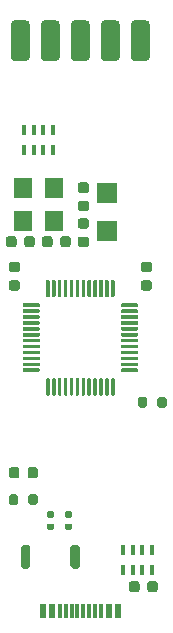
<source format=gtp>
%TF.GenerationSoftware,KiCad,Pcbnew,(5.1.12)-1*%
%TF.CreationDate,2021-12-13T23:08:49+08:00*%
%TF.ProjectId,PCB_EK-Link_Lite_Dev,5043425f-454b-42d4-9c69-6e6b5f4c6974,rev?*%
%TF.SameCoordinates,Original*%
%TF.FileFunction,Paste,Top*%
%TF.FilePolarity,Positive*%
%FSLAX46Y46*%
G04 Gerber Fmt 4.6, Leading zero omitted, Abs format (unit mm)*
G04 Created by KiCad (PCBNEW (5.1.12)-1) date 2021-12-13 23:08:49*
%MOMM*%
%LPD*%
G01*
G04 APERTURE LIST*
%ADD10R,1.800000X1.750000*%
%ADD11R,1.540000X1.800000*%
%ADD12R,0.400000X0.900000*%
%ADD13R,0.600000X1.160000*%
%ADD14R,0.300000X1.160000*%
G04 APERTURE END LIST*
D10*
%TO.C,Y2*%
X78486000Y-63653000D03*
X78486000Y-66903000D03*
%TD*%
D11*
%TO.C,Y1*%
X71304000Y-63240000D03*
X73984000Y-63240000D03*
X73984000Y-66040000D03*
X71304000Y-66040000D03*
%TD*%
%TO.C,U2*%
G36*
G01*
X79700000Y-73046000D02*
X81025000Y-73046000D01*
G75*
G02*
X81100000Y-73121000I0J-75000D01*
G01*
X81100000Y-73271000D01*
G75*
G02*
X81025000Y-73346000I-75000J0D01*
G01*
X79700000Y-73346000D01*
G75*
G02*
X79625000Y-73271000I0J75000D01*
G01*
X79625000Y-73121000D01*
G75*
G02*
X79700000Y-73046000I75000J0D01*
G01*
G37*
G36*
G01*
X79700000Y-73546000D02*
X81025000Y-73546000D01*
G75*
G02*
X81100000Y-73621000I0J-75000D01*
G01*
X81100000Y-73771000D01*
G75*
G02*
X81025000Y-73846000I-75000J0D01*
G01*
X79700000Y-73846000D01*
G75*
G02*
X79625000Y-73771000I0J75000D01*
G01*
X79625000Y-73621000D01*
G75*
G02*
X79700000Y-73546000I75000J0D01*
G01*
G37*
G36*
G01*
X79700000Y-74046000D02*
X81025000Y-74046000D01*
G75*
G02*
X81100000Y-74121000I0J-75000D01*
G01*
X81100000Y-74271000D01*
G75*
G02*
X81025000Y-74346000I-75000J0D01*
G01*
X79700000Y-74346000D01*
G75*
G02*
X79625000Y-74271000I0J75000D01*
G01*
X79625000Y-74121000D01*
G75*
G02*
X79700000Y-74046000I75000J0D01*
G01*
G37*
G36*
G01*
X79700000Y-74546000D02*
X81025000Y-74546000D01*
G75*
G02*
X81100000Y-74621000I0J-75000D01*
G01*
X81100000Y-74771000D01*
G75*
G02*
X81025000Y-74846000I-75000J0D01*
G01*
X79700000Y-74846000D01*
G75*
G02*
X79625000Y-74771000I0J75000D01*
G01*
X79625000Y-74621000D01*
G75*
G02*
X79700000Y-74546000I75000J0D01*
G01*
G37*
G36*
G01*
X79700000Y-75046000D02*
X81025000Y-75046000D01*
G75*
G02*
X81100000Y-75121000I0J-75000D01*
G01*
X81100000Y-75271000D01*
G75*
G02*
X81025000Y-75346000I-75000J0D01*
G01*
X79700000Y-75346000D01*
G75*
G02*
X79625000Y-75271000I0J75000D01*
G01*
X79625000Y-75121000D01*
G75*
G02*
X79700000Y-75046000I75000J0D01*
G01*
G37*
G36*
G01*
X79700000Y-75546000D02*
X81025000Y-75546000D01*
G75*
G02*
X81100000Y-75621000I0J-75000D01*
G01*
X81100000Y-75771000D01*
G75*
G02*
X81025000Y-75846000I-75000J0D01*
G01*
X79700000Y-75846000D01*
G75*
G02*
X79625000Y-75771000I0J75000D01*
G01*
X79625000Y-75621000D01*
G75*
G02*
X79700000Y-75546000I75000J0D01*
G01*
G37*
G36*
G01*
X79700000Y-76046000D02*
X81025000Y-76046000D01*
G75*
G02*
X81100000Y-76121000I0J-75000D01*
G01*
X81100000Y-76271000D01*
G75*
G02*
X81025000Y-76346000I-75000J0D01*
G01*
X79700000Y-76346000D01*
G75*
G02*
X79625000Y-76271000I0J75000D01*
G01*
X79625000Y-76121000D01*
G75*
G02*
X79700000Y-76046000I75000J0D01*
G01*
G37*
G36*
G01*
X79700000Y-76546000D02*
X81025000Y-76546000D01*
G75*
G02*
X81100000Y-76621000I0J-75000D01*
G01*
X81100000Y-76771000D01*
G75*
G02*
X81025000Y-76846000I-75000J0D01*
G01*
X79700000Y-76846000D01*
G75*
G02*
X79625000Y-76771000I0J75000D01*
G01*
X79625000Y-76621000D01*
G75*
G02*
X79700000Y-76546000I75000J0D01*
G01*
G37*
G36*
G01*
X79700000Y-77046000D02*
X81025000Y-77046000D01*
G75*
G02*
X81100000Y-77121000I0J-75000D01*
G01*
X81100000Y-77271000D01*
G75*
G02*
X81025000Y-77346000I-75000J0D01*
G01*
X79700000Y-77346000D01*
G75*
G02*
X79625000Y-77271000I0J75000D01*
G01*
X79625000Y-77121000D01*
G75*
G02*
X79700000Y-77046000I75000J0D01*
G01*
G37*
G36*
G01*
X79700000Y-77546000D02*
X81025000Y-77546000D01*
G75*
G02*
X81100000Y-77621000I0J-75000D01*
G01*
X81100000Y-77771000D01*
G75*
G02*
X81025000Y-77846000I-75000J0D01*
G01*
X79700000Y-77846000D01*
G75*
G02*
X79625000Y-77771000I0J75000D01*
G01*
X79625000Y-77621000D01*
G75*
G02*
X79700000Y-77546000I75000J0D01*
G01*
G37*
G36*
G01*
X79700000Y-78046000D02*
X81025000Y-78046000D01*
G75*
G02*
X81100000Y-78121000I0J-75000D01*
G01*
X81100000Y-78271000D01*
G75*
G02*
X81025000Y-78346000I-75000J0D01*
G01*
X79700000Y-78346000D01*
G75*
G02*
X79625000Y-78271000I0J75000D01*
G01*
X79625000Y-78121000D01*
G75*
G02*
X79700000Y-78046000I75000J0D01*
G01*
G37*
G36*
G01*
X79700000Y-78546000D02*
X81025000Y-78546000D01*
G75*
G02*
X81100000Y-78621000I0J-75000D01*
G01*
X81100000Y-78771000D01*
G75*
G02*
X81025000Y-78846000I-75000J0D01*
G01*
X79700000Y-78846000D01*
G75*
G02*
X79625000Y-78771000I0J75000D01*
G01*
X79625000Y-78621000D01*
G75*
G02*
X79700000Y-78546000I75000J0D01*
G01*
G37*
G36*
G01*
X78875000Y-79371000D02*
X79025000Y-79371000D01*
G75*
G02*
X79100000Y-79446000I0J-75000D01*
G01*
X79100000Y-80771000D01*
G75*
G02*
X79025000Y-80846000I-75000J0D01*
G01*
X78875000Y-80846000D01*
G75*
G02*
X78800000Y-80771000I0J75000D01*
G01*
X78800000Y-79446000D01*
G75*
G02*
X78875000Y-79371000I75000J0D01*
G01*
G37*
G36*
G01*
X78375000Y-79371000D02*
X78525000Y-79371000D01*
G75*
G02*
X78600000Y-79446000I0J-75000D01*
G01*
X78600000Y-80771000D01*
G75*
G02*
X78525000Y-80846000I-75000J0D01*
G01*
X78375000Y-80846000D01*
G75*
G02*
X78300000Y-80771000I0J75000D01*
G01*
X78300000Y-79446000D01*
G75*
G02*
X78375000Y-79371000I75000J0D01*
G01*
G37*
G36*
G01*
X77875000Y-79371000D02*
X78025000Y-79371000D01*
G75*
G02*
X78100000Y-79446000I0J-75000D01*
G01*
X78100000Y-80771000D01*
G75*
G02*
X78025000Y-80846000I-75000J0D01*
G01*
X77875000Y-80846000D01*
G75*
G02*
X77800000Y-80771000I0J75000D01*
G01*
X77800000Y-79446000D01*
G75*
G02*
X77875000Y-79371000I75000J0D01*
G01*
G37*
G36*
G01*
X77375000Y-79371000D02*
X77525000Y-79371000D01*
G75*
G02*
X77600000Y-79446000I0J-75000D01*
G01*
X77600000Y-80771000D01*
G75*
G02*
X77525000Y-80846000I-75000J0D01*
G01*
X77375000Y-80846000D01*
G75*
G02*
X77300000Y-80771000I0J75000D01*
G01*
X77300000Y-79446000D01*
G75*
G02*
X77375000Y-79371000I75000J0D01*
G01*
G37*
G36*
G01*
X76875000Y-79371000D02*
X77025000Y-79371000D01*
G75*
G02*
X77100000Y-79446000I0J-75000D01*
G01*
X77100000Y-80771000D01*
G75*
G02*
X77025000Y-80846000I-75000J0D01*
G01*
X76875000Y-80846000D01*
G75*
G02*
X76800000Y-80771000I0J75000D01*
G01*
X76800000Y-79446000D01*
G75*
G02*
X76875000Y-79371000I75000J0D01*
G01*
G37*
G36*
G01*
X76375000Y-79371000D02*
X76525000Y-79371000D01*
G75*
G02*
X76600000Y-79446000I0J-75000D01*
G01*
X76600000Y-80771000D01*
G75*
G02*
X76525000Y-80846000I-75000J0D01*
G01*
X76375000Y-80846000D01*
G75*
G02*
X76300000Y-80771000I0J75000D01*
G01*
X76300000Y-79446000D01*
G75*
G02*
X76375000Y-79371000I75000J0D01*
G01*
G37*
G36*
G01*
X75875000Y-79371000D02*
X76025000Y-79371000D01*
G75*
G02*
X76100000Y-79446000I0J-75000D01*
G01*
X76100000Y-80771000D01*
G75*
G02*
X76025000Y-80846000I-75000J0D01*
G01*
X75875000Y-80846000D01*
G75*
G02*
X75800000Y-80771000I0J75000D01*
G01*
X75800000Y-79446000D01*
G75*
G02*
X75875000Y-79371000I75000J0D01*
G01*
G37*
G36*
G01*
X75375000Y-79371000D02*
X75525000Y-79371000D01*
G75*
G02*
X75600000Y-79446000I0J-75000D01*
G01*
X75600000Y-80771000D01*
G75*
G02*
X75525000Y-80846000I-75000J0D01*
G01*
X75375000Y-80846000D01*
G75*
G02*
X75300000Y-80771000I0J75000D01*
G01*
X75300000Y-79446000D01*
G75*
G02*
X75375000Y-79371000I75000J0D01*
G01*
G37*
G36*
G01*
X74875000Y-79371000D02*
X75025000Y-79371000D01*
G75*
G02*
X75100000Y-79446000I0J-75000D01*
G01*
X75100000Y-80771000D01*
G75*
G02*
X75025000Y-80846000I-75000J0D01*
G01*
X74875000Y-80846000D01*
G75*
G02*
X74800000Y-80771000I0J75000D01*
G01*
X74800000Y-79446000D01*
G75*
G02*
X74875000Y-79371000I75000J0D01*
G01*
G37*
G36*
G01*
X74375000Y-79371000D02*
X74525000Y-79371000D01*
G75*
G02*
X74600000Y-79446000I0J-75000D01*
G01*
X74600000Y-80771000D01*
G75*
G02*
X74525000Y-80846000I-75000J0D01*
G01*
X74375000Y-80846000D01*
G75*
G02*
X74300000Y-80771000I0J75000D01*
G01*
X74300000Y-79446000D01*
G75*
G02*
X74375000Y-79371000I75000J0D01*
G01*
G37*
G36*
G01*
X73875000Y-79371000D02*
X74025000Y-79371000D01*
G75*
G02*
X74100000Y-79446000I0J-75000D01*
G01*
X74100000Y-80771000D01*
G75*
G02*
X74025000Y-80846000I-75000J0D01*
G01*
X73875000Y-80846000D01*
G75*
G02*
X73800000Y-80771000I0J75000D01*
G01*
X73800000Y-79446000D01*
G75*
G02*
X73875000Y-79371000I75000J0D01*
G01*
G37*
G36*
G01*
X73375000Y-79371000D02*
X73525000Y-79371000D01*
G75*
G02*
X73600000Y-79446000I0J-75000D01*
G01*
X73600000Y-80771000D01*
G75*
G02*
X73525000Y-80846000I-75000J0D01*
G01*
X73375000Y-80846000D01*
G75*
G02*
X73300000Y-80771000I0J75000D01*
G01*
X73300000Y-79446000D01*
G75*
G02*
X73375000Y-79371000I75000J0D01*
G01*
G37*
G36*
G01*
X71375000Y-78546000D02*
X72700000Y-78546000D01*
G75*
G02*
X72775000Y-78621000I0J-75000D01*
G01*
X72775000Y-78771000D01*
G75*
G02*
X72700000Y-78846000I-75000J0D01*
G01*
X71375000Y-78846000D01*
G75*
G02*
X71300000Y-78771000I0J75000D01*
G01*
X71300000Y-78621000D01*
G75*
G02*
X71375000Y-78546000I75000J0D01*
G01*
G37*
G36*
G01*
X71375000Y-78046000D02*
X72700000Y-78046000D01*
G75*
G02*
X72775000Y-78121000I0J-75000D01*
G01*
X72775000Y-78271000D01*
G75*
G02*
X72700000Y-78346000I-75000J0D01*
G01*
X71375000Y-78346000D01*
G75*
G02*
X71300000Y-78271000I0J75000D01*
G01*
X71300000Y-78121000D01*
G75*
G02*
X71375000Y-78046000I75000J0D01*
G01*
G37*
G36*
G01*
X71375000Y-77546000D02*
X72700000Y-77546000D01*
G75*
G02*
X72775000Y-77621000I0J-75000D01*
G01*
X72775000Y-77771000D01*
G75*
G02*
X72700000Y-77846000I-75000J0D01*
G01*
X71375000Y-77846000D01*
G75*
G02*
X71300000Y-77771000I0J75000D01*
G01*
X71300000Y-77621000D01*
G75*
G02*
X71375000Y-77546000I75000J0D01*
G01*
G37*
G36*
G01*
X71375000Y-77046000D02*
X72700000Y-77046000D01*
G75*
G02*
X72775000Y-77121000I0J-75000D01*
G01*
X72775000Y-77271000D01*
G75*
G02*
X72700000Y-77346000I-75000J0D01*
G01*
X71375000Y-77346000D01*
G75*
G02*
X71300000Y-77271000I0J75000D01*
G01*
X71300000Y-77121000D01*
G75*
G02*
X71375000Y-77046000I75000J0D01*
G01*
G37*
G36*
G01*
X71375000Y-76546000D02*
X72700000Y-76546000D01*
G75*
G02*
X72775000Y-76621000I0J-75000D01*
G01*
X72775000Y-76771000D01*
G75*
G02*
X72700000Y-76846000I-75000J0D01*
G01*
X71375000Y-76846000D01*
G75*
G02*
X71300000Y-76771000I0J75000D01*
G01*
X71300000Y-76621000D01*
G75*
G02*
X71375000Y-76546000I75000J0D01*
G01*
G37*
G36*
G01*
X71375000Y-76046000D02*
X72700000Y-76046000D01*
G75*
G02*
X72775000Y-76121000I0J-75000D01*
G01*
X72775000Y-76271000D01*
G75*
G02*
X72700000Y-76346000I-75000J0D01*
G01*
X71375000Y-76346000D01*
G75*
G02*
X71300000Y-76271000I0J75000D01*
G01*
X71300000Y-76121000D01*
G75*
G02*
X71375000Y-76046000I75000J0D01*
G01*
G37*
G36*
G01*
X71375000Y-75546000D02*
X72700000Y-75546000D01*
G75*
G02*
X72775000Y-75621000I0J-75000D01*
G01*
X72775000Y-75771000D01*
G75*
G02*
X72700000Y-75846000I-75000J0D01*
G01*
X71375000Y-75846000D01*
G75*
G02*
X71300000Y-75771000I0J75000D01*
G01*
X71300000Y-75621000D01*
G75*
G02*
X71375000Y-75546000I75000J0D01*
G01*
G37*
G36*
G01*
X71375000Y-75046000D02*
X72700000Y-75046000D01*
G75*
G02*
X72775000Y-75121000I0J-75000D01*
G01*
X72775000Y-75271000D01*
G75*
G02*
X72700000Y-75346000I-75000J0D01*
G01*
X71375000Y-75346000D01*
G75*
G02*
X71300000Y-75271000I0J75000D01*
G01*
X71300000Y-75121000D01*
G75*
G02*
X71375000Y-75046000I75000J0D01*
G01*
G37*
G36*
G01*
X71375000Y-74546000D02*
X72700000Y-74546000D01*
G75*
G02*
X72775000Y-74621000I0J-75000D01*
G01*
X72775000Y-74771000D01*
G75*
G02*
X72700000Y-74846000I-75000J0D01*
G01*
X71375000Y-74846000D01*
G75*
G02*
X71300000Y-74771000I0J75000D01*
G01*
X71300000Y-74621000D01*
G75*
G02*
X71375000Y-74546000I75000J0D01*
G01*
G37*
G36*
G01*
X71375000Y-74046000D02*
X72700000Y-74046000D01*
G75*
G02*
X72775000Y-74121000I0J-75000D01*
G01*
X72775000Y-74271000D01*
G75*
G02*
X72700000Y-74346000I-75000J0D01*
G01*
X71375000Y-74346000D01*
G75*
G02*
X71300000Y-74271000I0J75000D01*
G01*
X71300000Y-74121000D01*
G75*
G02*
X71375000Y-74046000I75000J0D01*
G01*
G37*
G36*
G01*
X71375000Y-73546000D02*
X72700000Y-73546000D01*
G75*
G02*
X72775000Y-73621000I0J-75000D01*
G01*
X72775000Y-73771000D01*
G75*
G02*
X72700000Y-73846000I-75000J0D01*
G01*
X71375000Y-73846000D01*
G75*
G02*
X71300000Y-73771000I0J75000D01*
G01*
X71300000Y-73621000D01*
G75*
G02*
X71375000Y-73546000I75000J0D01*
G01*
G37*
G36*
G01*
X71375000Y-73046000D02*
X72700000Y-73046000D01*
G75*
G02*
X72775000Y-73121000I0J-75000D01*
G01*
X72775000Y-73271000D01*
G75*
G02*
X72700000Y-73346000I-75000J0D01*
G01*
X71375000Y-73346000D01*
G75*
G02*
X71300000Y-73271000I0J75000D01*
G01*
X71300000Y-73121000D01*
G75*
G02*
X71375000Y-73046000I75000J0D01*
G01*
G37*
G36*
G01*
X73375000Y-71046000D02*
X73525000Y-71046000D01*
G75*
G02*
X73600000Y-71121000I0J-75000D01*
G01*
X73600000Y-72446000D01*
G75*
G02*
X73525000Y-72521000I-75000J0D01*
G01*
X73375000Y-72521000D01*
G75*
G02*
X73300000Y-72446000I0J75000D01*
G01*
X73300000Y-71121000D01*
G75*
G02*
X73375000Y-71046000I75000J0D01*
G01*
G37*
G36*
G01*
X73875000Y-71046000D02*
X74025000Y-71046000D01*
G75*
G02*
X74100000Y-71121000I0J-75000D01*
G01*
X74100000Y-72446000D01*
G75*
G02*
X74025000Y-72521000I-75000J0D01*
G01*
X73875000Y-72521000D01*
G75*
G02*
X73800000Y-72446000I0J75000D01*
G01*
X73800000Y-71121000D01*
G75*
G02*
X73875000Y-71046000I75000J0D01*
G01*
G37*
G36*
G01*
X74375000Y-71046000D02*
X74525000Y-71046000D01*
G75*
G02*
X74600000Y-71121000I0J-75000D01*
G01*
X74600000Y-72446000D01*
G75*
G02*
X74525000Y-72521000I-75000J0D01*
G01*
X74375000Y-72521000D01*
G75*
G02*
X74300000Y-72446000I0J75000D01*
G01*
X74300000Y-71121000D01*
G75*
G02*
X74375000Y-71046000I75000J0D01*
G01*
G37*
G36*
G01*
X74875000Y-71046000D02*
X75025000Y-71046000D01*
G75*
G02*
X75100000Y-71121000I0J-75000D01*
G01*
X75100000Y-72446000D01*
G75*
G02*
X75025000Y-72521000I-75000J0D01*
G01*
X74875000Y-72521000D01*
G75*
G02*
X74800000Y-72446000I0J75000D01*
G01*
X74800000Y-71121000D01*
G75*
G02*
X74875000Y-71046000I75000J0D01*
G01*
G37*
G36*
G01*
X75375000Y-71046000D02*
X75525000Y-71046000D01*
G75*
G02*
X75600000Y-71121000I0J-75000D01*
G01*
X75600000Y-72446000D01*
G75*
G02*
X75525000Y-72521000I-75000J0D01*
G01*
X75375000Y-72521000D01*
G75*
G02*
X75300000Y-72446000I0J75000D01*
G01*
X75300000Y-71121000D01*
G75*
G02*
X75375000Y-71046000I75000J0D01*
G01*
G37*
G36*
G01*
X75875000Y-71046000D02*
X76025000Y-71046000D01*
G75*
G02*
X76100000Y-71121000I0J-75000D01*
G01*
X76100000Y-72446000D01*
G75*
G02*
X76025000Y-72521000I-75000J0D01*
G01*
X75875000Y-72521000D01*
G75*
G02*
X75800000Y-72446000I0J75000D01*
G01*
X75800000Y-71121000D01*
G75*
G02*
X75875000Y-71046000I75000J0D01*
G01*
G37*
G36*
G01*
X76375000Y-71046000D02*
X76525000Y-71046000D01*
G75*
G02*
X76600000Y-71121000I0J-75000D01*
G01*
X76600000Y-72446000D01*
G75*
G02*
X76525000Y-72521000I-75000J0D01*
G01*
X76375000Y-72521000D01*
G75*
G02*
X76300000Y-72446000I0J75000D01*
G01*
X76300000Y-71121000D01*
G75*
G02*
X76375000Y-71046000I75000J0D01*
G01*
G37*
G36*
G01*
X76875000Y-71046000D02*
X77025000Y-71046000D01*
G75*
G02*
X77100000Y-71121000I0J-75000D01*
G01*
X77100000Y-72446000D01*
G75*
G02*
X77025000Y-72521000I-75000J0D01*
G01*
X76875000Y-72521000D01*
G75*
G02*
X76800000Y-72446000I0J75000D01*
G01*
X76800000Y-71121000D01*
G75*
G02*
X76875000Y-71046000I75000J0D01*
G01*
G37*
G36*
G01*
X77375000Y-71046000D02*
X77525000Y-71046000D01*
G75*
G02*
X77600000Y-71121000I0J-75000D01*
G01*
X77600000Y-72446000D01*
G75*
G02*
X77525000Y-72521000I-75000J0D01*
G01*
X77375000Y-72521000D01*
G75*
G02*
X77300000Y-72446000I0J75000D01*
G01*
X77300000Y-71121000D01*
G75*
G02*
X77375000Y-71046000I75000J0D01*
G01*
G37*
G36*
G01*
X77875000Y-71046000D02*
X78025000Y-71046000D01*
G75*
G02*
X78100000Y-71121000I0J-75000D01*
G01*
X78100000Y-72446000D01*
G75*
G02*
X78025000Y-72521000I-75000J0D01*
G01*
X77875000Y-72521000D01*
G75*
G02*
X77800000Y-72446000I0J75000D01*
G01*
X77800000Y-71121000D01*
G75*
G02*
X77875000Y-71046000I75000J0D01*
G01*
G37*
G36*
G01*
X78375000Y-71046000D02*
X78525000Y-71046000D01*
G75*
G02*
X78600000Y-71121000I0J-75000D01*
G01*
X78600000Y-72446000D01*
G75*
G02*
X78525000Y-72521000I-75000J0D01*
G01*
X78375000Y-72521000D01*
G75*
G02*
X78300000Y-72446000I0J75000D01*
G01*
X78300000Y-71121000D01*
G75*
G02*
X78375000Y-71046000I75000J0D01*
G01*
G37*
G36*
G01*
X78875000Y-71046000D02*
X79025000Y-71046000D01*
G75*
G02*
X79100000Y-71121000I0J-75000D01*
G01*
X79100000Y-72446000D01*
G75*
G02*
X79025000Y-72521000I-75000J0D01*
G01*
X78875000Y-72521000D01*
G75*
G02*
X78800000Y-72446000I0J75000D01*
G01*
X78800000Y-71121000D01*
G75*
G02*
X78875000Y-71046000I75000J0D01*
G01*
G37*
%TD*%
%TO.C,SW1*%
G36*
G01*
X76160000Y-93688000D02*
X76160000Y-95288000D01*
G75*
G02*
X75960000Y-95488000I-200000J0D01*
G01*
X75560000Y-95488000D01*
G75*
G02*
X75360000Y-95288000I0J200000D01*
G01*
X75360000Y-93688000D01*
G75*
G02*
X75560000Y-93488000I200000J0D01*
G01*
X75960000Y-93488000D01*
G75*
G02*
X76160000Y-93688000I0J-200000D01*
G01*
G37*
G36*
G01*
X71960000Y-93688000D02*
X71960000Y-95288000D01*
G75*
G02*
X71760000Y-95488000I-200000J0D01*
G01*
X71360000Y-95488000D01*
G75*
G02*
X71160000Y-95288000I0J200000D01*
G01*
X71160000Y-93688000D01*
G75*
G02*
X71360000Y-93488000I200000J0D01*
G01*
X71760000Y-93488000D01*
G75*
G02*
X71960000Y-93688000I0J-200000D01*
G01*
G37*
%TD*%
D12*
%TO.C,RN3*%
X82226000Y-93892000D03*
X81426000Y-93892000D03*
X80626000Y-93892000D03*
X79826000Y-93892000D03*
X82226000Y-95592000D03*
X79826000Y-95592000D03*
X81426000Y-95592000D03*
X80626000Y-95592000D03*
%TD*%
%TO.C,RN1*%
X73844000Y-58332000D03*
X73044000Y-58332000D03*
X72244000Y-58332000D03*
X71444000Y-58332000D03*
X73844000Y-60032000D03*
X71444000Y-60032000D03*
X73044000Y-60032000D03*
X72244000Y-60032000D03*
%TD*%
%TO.C,R6*%
G36*
G01*
X71799000Y-89937000D02*
X71799000Y-89387000D01*
G75*
G02*
X71999000Y-89187000I200000J0D01*
G01*
X72399000Y-89187000D01*
G75*
G02*
X72599000Y-89387000I0J-200000D01*
G01*
X72599000Y-89937000D01*
G75*
G02*
X72399000Y-90137000I-200000J0D01*
G01*
X71999000Y-90137000D01*
G75*
G02*
X71799000Y-89937000I0J200000D01*
G01*
G37*
G36*
G01*
X70149000Y-89937000D02*
X70149000Y-89387000D01*
G75*
G02*
X70349000Y-89187000I200000J0D01*
G01*
X70749000Y-89187000D01*
G75*
G02*
X70949000Y-89387000I0J-200000D01*
G01*
X70949000Y-89937000D01*
G75*
G02*
X70749000Y-90137000I-200000J0D01*
G01*
X70349000Y-90137000D01*
G75*
G02*
X70149000Y-89937000I0J200000D01*
G01*
G37*
%TD*%
%TO.C,R5*%
G36*
G01*
X82721000Y-81682000D02*
X82721000Y-81132000D01*
G75*
G02*
X82921000Y-80932000I200000J0D01*
G01*
X83321000Y-80932000D01*
G75*
G02*
X83521000Y-81132000I0J-200000D01*
G01*
X83521000Y-81682000D01*
G75*
G02*
X83321000Y-81882000I-200000J0D01*
G01*
X82921000Y-81882000D01*
G75*
G02*
X82721000Y-81682000I0J200000D01*
G01*
G37*
G36*
G01*
X81071000Y-81682000D02*
X81071000Y-81132000D01*
G75*
G02*
X81271000Y-80932000I200000J0D01*
G01*
X81671000Y-80932000D01*
G75*
G02*
X81871000Y-81132000I0J-200000D01*
G01*
X81871000Y-81682000D01*
G75*
G02*
X81671000Y-81882000I-200000J0D01*
G01*
X81271000Y-81882000D01*
G75*
G02*
X81071000Y-81682000I0J200000D01*
G01*
G37*
%TD*%
%TO.C,R4*%
G36*
G01*
X74999000Y-91680000D02*
X75369000Y-91680000D01*
G75*
G02*
X75504000Y-91815000I0J-135000D01*
G01*
X75504000Y-92085000D01*
G75*
G02*
X75369000Y-92220000I-135000J0D01*
G01*
X74999000Y-92220000D01*
G75*
G02*
X74864000Y-92085000I0J135000D01*
G01*
X74864000Y-91815000D01*
G75*
G02*
X74999000Y-91680000I135000J0D01*
G01*
G37*
G36*
G01*
X74999000Y-90660000D02*
X75369000Y-90660000D01*
G75*
G02*
X75504000Y-90795000I0J-135000D01*
G01*
X75504000Y-91065000D01*
G75*
G02*
X75369000Y-91200000I-135000J0D01*
G01*
X74999000Y-91200000D01*
G75*
G02*
X74864000Y-91065000I0J135000D01*
G01*
X74864000Y-90795000D01*
G75*
G02*
X74999000Y-90660000I135000J0D01*
G01*
G37*
%TD*%
%TO.C,R3*%
G36*
G01*
X73475000Y-91680000D02*
X73845000Y-91680000D01*
G75*
G02*
X73980000Y-91815000I0J-135000D01*
G01*
X73980000Y-92085000D01*
G75*
G02*
X73845000Y-92220000I-135000J0D01*
G01*
X73475000Y-92220000D01*
G75*
G02*
X73340000Y-92085000I0J135000D01*
G01*
X73340000Y-91815000D01*
G75*
G02*
X73475000Y-91680000I135000J0D01*
G01*
G37*
G36*
G01*
X73475000Y-90660000D02*
X73845000Y-90660000D01*
G75*
G02*
X73980000Y-90795000I0J-135000D01*
G01*
X73980000Y-91065000D01*
G75*
G02*
X73845000Y-91200000I-135000J0D01*
G01*
X73475000Y-91200000D01*
G75*
G02*
X73340000Y-91065000I0J135000D01*
G01*
X73340000Y-90795000D01*
G75*
G02*
X73475000Y-90660000I135000J0D01*
G01*
G37*
%TD*%
%TO.C,J3*%
G36*
G01*
X72840000Y-52140000D02*
X72840000Y-49460000D01*
G75*
G02*
X73250000Y-49050000I410000J0D01*
G01*
X74070000Y-49050000D01*
G75*
G02*
X74480000Y-49460000I0J-410000D01*
G01*
X74480000Y-52140000D01*
G75*
G02*
X74070000Y-52550000I-410000J0D01*
G01*
X73250000Y-52550000D01*
G75*
G02*
X72840000Y-52140000I0J410000D01*
G01*
G37*
G36*
G01*
X75380000Y-52140000D02*
X75380000Y-49460000D01*
G75*
G02*
X75790000Y-49050000I410000J0D01*
G01*
X76610000Y-49050000D01*
G75*
G02*
X77020000Y-49460000I0J-410000D01*
G01*
X77020000Y-52140000D01*
G75*
G02*
X76610000Y-52550000I-410000J0D01*
G01*
X75790000Y-52550000D01*
G75*
G02*
X75380000Y-52140000I0J410000D01*
G01*
G37*
G36*
G01*
X77920000Y-52140000D02*
X77920000Y-49460000D01*
G75*
G02*
X78330000Y-49050000I410000J0D01*
G01*
X79150000Y-49050000D01*
G75*
G02*
X79560000Y-49460000I0J-410000D01*
G01*
X79560000Y-52140000D01*
G75*
G02*
X79150000Y-52550000I-410000J0D01*
G01*
X78330000Y-52550000D01*
G75*
G02*
X77920000Y-52140000I0J410000D01*
G01*
G37*
G36*
G01*
X80460000Y-52140000D02*
X80460000Y-49460000D01*
G75*
G02*
X80870000Y-49050000I410000J0D01*
G01*
X81690000Y-49050000D01*
G75*
G02*
X82100000Y-49460000I0J-410000D01*
G01*
X82100000Y-52140000D01*
G75*
G02*
X81690000Y-52550000I-410000J0D01*
G01*
X80870000Y-52550000D01*
G75*
G02*
X80460000Y-52140000I0J410000D01*
G01*
G37*
G36*
G01*
X70300000Y-52140000D02*
X70300000Y-49460000D01*
G75*
G02*
X70710000Y-49050000I410000J0D01*
G01*
X71530000Y-49050000D01*
G75*
G02*
X71940000Y-49460000I0J-410000D01*
G01*
X71940000Y-52140000D01*
G75*
G02*
X71530000Y-52550000I-410000J0D01*
G01*
X70710000Y-52550000D01*
G75*
G02*
X70300000Y-52140000I0J410000D01*
G01*
G37*
%TD*%
D13*
%TO.C,J2*%
X79400000Y-99090000D03*
X78600000Y-99090000D03*
X79400000Y-99090000D03*
X78600000Y-99090000D03*
X73000000Y-99090000D03*
X73000000Y-99090000D03*
X73800000Y-99090000D03*
X73800000Y-99090000D03*
D14*
X77950000Y-99090000D03*
X76950000Y-99090000D03*
X77450000Y-99090000D03*
X74950000Y-99090000D03*
X74450000Y-99090000D03*
X76450000Y-99090000D03*
X75950000Y-99090000D03*
X75450000Y-99090000D03*
%TD*%
%TO.C,D3*%
G36*
G01*
X70355750Y-71089000D02*
X70868250Y-71089000D01*
G75*
G02*
X71087000Y-71307750I0J-218750D01*
G01*
X71087000Y-71745250D01*
G75*
G02*
X70868250Y-71964000I-218750J0D01*
G01*
X70355750Y-71964000D01*
G75*
G02*
X70137000Y-71745250I0J218750D01*
G01*
X70137000Y-71307750D01*
G75*
G02*
X70355750Y-71089000I218750J0D01*
G01*
G37*
G36*
G01*
X70355750Y-69514000D02*
X70868250Y-69514000D01*
G75*
G02*
X71087000Y-69732750I0J-218750D01*
G01*
X71087000Y-70170250D01*
G75*
G02*
X70868250Y-70389000I-218750J0D01*
G01*
X70355750Y-70389000D01*
G75*
G02*
X70137000Y-70170250I0J218750D01*
G01*
X70137000Y-69732750D01*
G75*
G02*
X70355750Y-69514000I218750J0D01*
G01*
G37*
%TD*%
%TO.C,D2*%
G36*
G01*
X82044250Y-70389000D02*
X81531750Y-70389000D01*
G75*
G02*
X81313000Y-70170250I0J218750D01*
G01*
X81313000Y-69732750D01*
G75*
G02*
X81531750Y-69514000I218750J0D01*
G01*
X82044250Y-69514000D01*
G75*
G02*
X82263000Y-69732750I0J-218750D01*
G01*
X82263000Y-70170250D01*
G75*
G02*
X82044250Y-70389000I-218750J0D01*
G01*
G37*
G36*
G01*
X82044250Y-71964000D02*
X81531750Y-71964000D01*
G75*
G02*
X81313000Y-71745250I0J218750D01*
G01*
X81313000Y-71307750D01*
G75*
G02*
X81531750Y-71089000I218750J0D01*
G01*
X82044250Y-71089000D01*
G75*
G02*
X82263000Y-71307750I0J-218750D01*
G01*
X82263000Y-71745250D01*
G75*
G02*
X82044250Y-71964000I-218750J0D01*
G01*
G37*
%TD*%
%TO.C,D1*%
G36*
G01*
X71724000Y-87632250D02*
X71724000Y-87119750D01*
G75*
G02*
X71942750Y-86901000I218750J0D01*
G01*
X72380250Y-86901000D01*
G75*
G02*
X72599000Y-87119750I0J-218750D01*
G01*
X72599000Y-87632250D01*
G75*
G02*
X72380250Y-87851000I-218750J0D01*
G01*
X71942750Y-87851000D01*
G75*
G02*
X71724000Y-87632250I0J218750D01*
G01*
G37*
G36*
G01*
X70149000Y-87632250D02*
X70149000Y-87119750D01*
G75*
G02*
X70367750Y-86901000I218750J0D01*
G01*
X70805250Y-86901000D01*
G75*
G02*
X71024000Y-87119750I0J-218750D01*
G01*
X71024000Y-87632250D01*
G75*
G02*
X70805250Y-87851000I-218750J0D01*
G01*
X70367750Y-87851000D01*
G75*
G02*
X70149000Y-87632250I0J218750D01*
G01*
G37*
%TD*%
%TO.C,C7*%
G36*
G01*
X81209000Y-96778000D02*
X81209000Y-97278000D01*
G75*
G02*
X80984000Y-97503000I-225000J0D01*
G01*
X80534000Y-97503000D01*
G75*
G02*
X80309000Y-97278000I0J225000D01*
G01*
X80309000Y-96778000D01*
G75*
G02*
X80534000Y-96553000I225000J0D01*
G01*
X80984000Y-96553000D01*
G75*
G02*
X81209000Y-96778000I0J-225000D01*
G01*
G37*
G36*
G01*
X82759000Y-96778000D02*
X82759000Y-97278000D01*
G75*
G02*
X82534000Y-97503000I-225000J0D01*
G01*
X82084000Y-97503000D01*
G75*
G02*
X81859000Y-97278000I0J225000D01*
G01*
X81859000Y-96778000D01*
G75*
G02*
X82084000Y-96553000I225000J0D01*
G01*
X82534000Y-96553000D01*
G75*
G02*
X82759000Y-96778000I0J-225000D01*
G01*
G37*
%TD*%
%TO.C,C6*%
G36*
G01*
X76204000Y-64346000D02*
X76704000Y-64346000D01*
G75*
G02*
X76929000Y-64571000I0J-225000D01*
G01*
X76929000Y-65021000D01*
G75*
G02*
X76704000Y-65246000I-225000J0D01*
G01*
X76204000Y-65246000D01*
G75*
G02*
X75979000Y-65021000I0J225000D01*
G01*
X75979000Y-64571000D01*
G75*
G02*
X76204000Y-64346000I225000J0D01*
G01*
G37*
G36*
G01*
X76204000Y-62796000D02*
X76704000Y-62796000D01*
G75*
G02*
X76929000Y-63021000I0J-225000D01*
G01*
X76929000Y-63471000D01*
G75*
G02*
X76704000Y-63696000I-225000J0D01*
G01*
X76204000Y-63696000D01*
G75*
G02*
X75979000Y-63471000I0J225000D01*
G01*
X75979000Y-63021000D01*
G75*
G02*
X76204000Y-62796000I225000J0D01*
G01*
G37*
%TD*%
%TO.C,C5*%
G36*
G01*
X76704000Y-66731000D02*
X76204000Y-66731000D01*
G75*
G02*
X75979000Y-66506000I0J225000D01*
G01*
X75979000Y-66056000D01*
G75*
G02*
X76204000Y-65831000I225000J0D01*
G01*
X76704000Y-65831000D01*
G75*
G02*
X76929000Y-66056000I0J-225000D01*
G01*
X76929000Y-66506000D01*
G75*
G02*
X76704000Y-66731000I-225000J0D01*
G01*
G37*
G36*
G01*
X76704000Y-68281000D02*
X76204000Y-68281000D01*
G75*
G02*
X75979000Y-68056000I0J225000D01*
G01*
X75979000Y-67606000D01*
G75*
G02*
X76204000Y-67381000I225000J0D01*
G01*
X76704000Y-67381000D01*
G75*
G02*
X76929000Y-67606000I0J-225000D01*
G01*
X76929000Y-68056000D01*
G75*
G02*
X76704000Y-68281000I-225000J0D01*
G01*
G37*
%TD*%
%TO.C,C4*%
G36*
G01*
X71445000Y-68068000D02*
X71445000Y-67568000D01*
G75*
G02*
X71670000Y-67343000I225000J0D01*
G01*
X72120000Y-67343000D01*
G75*
G02*
X72345000Y-67568000I0J-225000D01*
G01*
X72345000Y-68068000D01*
G75*
G02*
X72120000Y-68293000I-225000J0D01*
G01*
X71670000Y-68293000D01*
G75*
G02*
X71445000Y-68068000I0J225000D01*
G01*
G37*
G36*
G01*
X69895000Y-68068000D02*
X69895000Y-67568000D01*
G75*
G02*
X70120000Y-67343000I225000J0D01*
G01*
X70570000Y-67343000D01*
G75*
G02*
X70795000Y-67568000I0J-225000D01*
G01*
X70795000Y-68068000D01*
G75*
G02*
X70570000Y-68293000I-225000J0D01*
G01*
X70120000Y-68293000D01*
G75*
G02*
X69895000Y-68068000I0J225000D01*
G01*
G37*
%TD*%
%TO.C,C3*%
G36*
G01*
X73843000Y-67568000D02*
X73843000Y-68068000D01*
G75*
G02*
X73618000Y-68293000I-225000J0D01*
G01*
X73168000Y-68293000D01*
G75*
G02*
X72943000Y-68068000I0J225000D01*
G01*
X72943000Y-67568000D01*
G75*
G02*
X73168000Y-67343000I225000J0D01*
G01*
X73618000Y-67343000D01*
G75*
G02*
X73843000Y-67568000I0J-225000D01*
G01*
G37*
G36*
G01*
X75393000Y-67568000D02*
X75393000Y-68068000D01*
G75*
G02*
X75168000Y-68293000I-225000J0D01*
G01*
X74718000Y-68293000D01*
G75*
G02*
X74493000Y-68068000I0J225000D01*
G01*
X74493000Y-67568000D01*
G75*
G02*
X74718000Y-67343000I225000J0D01*
G01*
X75168000Y-67343000D01*
G75*
G02*
X75393000Y-67568000I0J-225000D01*
G01*
G37*
%TD*%
M02*

</source>
